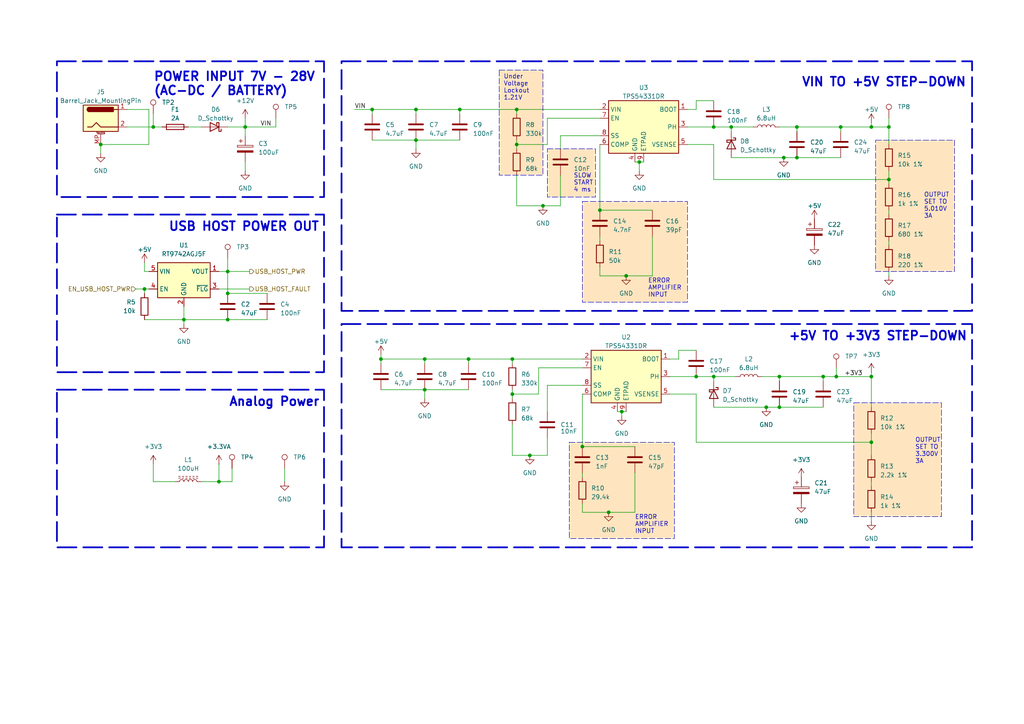
<source format=kicad_sch>
(kicad_sch (version 20231120) (generator "eeschema") (generator_version "8.0")
  (paper "A4")
  (title_block (title "Power Supply") (date "2023-12-27"))
  (lib_symbols
    (symbol "Connector:Barrel_Jack_MountingPin" (pin_names hide)
      (property "Reference" "J" (at 0 5.334 0))
      (property "Value" "Barrel_Jack_MountingPin" (at 1.27 -6.35 0))
      (symbol "Barrel_Jack_MountingPin_0_1"
        (rectangle (start -5.08 3.81) (end 5.08 -3.81) (stroke (width 0.254)) (fill (type background)))
        (arc (start -3.302 3.175) (mid -3.9343 2.54) (end -3.302 1.905) (stroke (width 0.254)))
        (arc (start -3.302 3.175) (mid -3.9343 2.54) (end -3.302 1.905) (stroke (width 0.254)) (fill (type outline)))
        (polyline (pts (xy 5.08 2.54) (xy 3.81 2.54)) (stroke (width 0.254)))
        (polyline (pts (xy -3.81 -2.54) (xy -2.54 -2.54) (xy -1.27 -1.27) (xy 0 -2.54) (xy 2.54 -2.54) (xy 5.08 -2.54)) (stroke (width 0.254)))
        (rectangle (start 3.683 3.175) (end -3.302 1.905) (stroke (width 0.254)) (fill (type outline)))
      )
      (symbol "Barrel_Jack_MountingPin_1_1"
        (polyline (pts (xy -1.016 -4.572) (xy 1.016 -4.572)) (stroke (width 0.1524)))
        (text "Mounting" (at 0 -4.191 0) (effects (font (size 0.381 0.381))))
        (pin passive line (at 7.62 2.54 180) (length 2.54) (name "~") (number "1"))
        (pin passive line (at 7.62 -2.54 180) (length 2.54) (name "~") (number "2"))
        (pin passive line (at 0 -7.62 90) (length 3.048) (name "MountPin") (number "MP"))
      )
    )
    (symbol "Connector:TestPoint" (pin_numbers hide) (pin_names (offset 0.762) hide)
      (property "Reference" "TP" (at 0 6.858 0))
      (property "Value" "TestPoint" (at 0 5.08 0))
      (symbol "TestPoint_0_1"
        (circle (center 0 3.302) (radius 0.762))
      )
      (symbol "TestPoint_1_1"
        (pin passive line (at 0 0 90) (length 2.54) (name "1") (number "1"))
      )
    )
    (symbol "Device:C" (pin_numbers hide) (pin_names (offset 0.254))
      (property "Reference" "C" (at 0.635 2.54 0))
      (property "Value" "C" (at 0.635 -2.54 0))
      (symbol "C_0_1"
        (polyline (pts (xy -2.032 -0.762) (xy 2.032 -0.762)) (stroke (width 0.508)))
        (polyline (pts (xy -2.032 0.762) (xy 2.032 0.762)) (stroke (width 0.508)))
      )
      (symbol "C_1_1"
        (pin passive line (at 0 3.81 270) (length 2.794) (name "~") (number "1"))
        (pin passive line (at 0 -3.81 90) (length 2.794) (name "~") (number "2"))
      )
    )
    (symbol "Device:C_Polarized" (pin_numbers hide) (pin_names (offset 0.254))
      (property "Reference" "C" (at 0.635 2.54 0))
      (property "Value" "C_Polarized" (at 0.635 -2.54 0))
      (symbol "C_Polarized_0_1"
        (rectangle (start -2.286 0.508) (end 2.286 1.016))
        (polyline (pts (xy -1.778 2.286) (xy -0.762 2.286)))
        (polyline (pts (xy -1.27 2.794) (xy -1.27 1.778)))
        (rectangle (start 2.286 -0.508) (end -2.286 -1.016) (fill (type outline)))
      )
      (symbol "C_Polarized_1_1"
        (pin passive line (at 0 3.81 270) (length 2.794) (name "~") (number "1"))
        (pin passive line (at 0 -3.81 90) (length 2.794) (name "~") (number "2"))
      )
    )
    (symbol "Device:D_Schottky" (pin_numbers hide) (pin_names (offset 1.016) hide)
      (property "Reference" "D" (at 0 2.54 0))
      (property "Value" "D_Schottky" (at 0 -2.54 0))
      (symbol "D_Schottky_0_1"
        (polyline (pts (xy 1.27 0) (xy -1.27 0)))
        (polyline (pts (xy 1.27 1.27) (xy 1.27 -1.27) (xy -1.27 0) (xy 1.27 1.27)) (stroke (width 0.254)))
        (polyline (pts (xy -1.905 0.635) (xy -1.905 1.27) (xy -1.27 1.27) (xy -1.27 -1.27) (xy -0.635 -1.27) (xy -0.635 -0.635)) (stroke (width 0.254)))
      )
      (symbol "D_Schottky_1_1"
        (pin passive line (at -3.81 0 0) (length 2.54) (name "K") (number "1"))
        (pin passive line (at 3.81 0 180) (length 2.54) (name "A") (number "2"))
      )
    )
    (symbol "Device:Fuse" (pin_numbers hide) (pin_names (offset 0))
      (property "Reference" "F" (at 2.032 0 90))
      (property "Value" "Fuse" (at -1.905 0 90))
      (symbol "Fuse_0_1"
        (rectangle (start -0.762 -2.54) (end 0.762 2.54) (stroke (width 0.254)))
        (polyline (pts (xy 0 2.54) (xy 0 -2.54)))
      )
      (symbol "Fuse_1_1"
        (pin passive line (at 0 3.81 270) (length 1.27) (name "~") (number "1"))
        (pin passive line (at 0 -3.81 90) (length 1.27) (name "~") (number "2"))
      )
    )
    (symbol "Device:L" (pin_numbers hide) (pin_names (offset 1.016) hide)
      (property "Reference" "L" (at -1.27 0 90))
      (property "Value" "L" (at 1.905 0 90))
      (symbol "L_0_1"
        (arc (start 0 -2.54) (mid 0.6323 -1.905) (end 0 -1.27))
        (arc (start 0 -1.27) (mid 0.6323 -0.635) (end 0 0))
        (arc (start 0 0) (mid 0.6323 0.635) (end 0 1.27))
        (arc (start 0 1.27) (mid 0.6323 1.905) (end 0 2.54))
      )
      (symbol "L_1_1"
        (pin passive line (at 0 3.81 270) (length 1.27) (name "1") (number "1"))
        (pin passive line (at 0 -3.81 90) (length 1.27) (name "2") (number "2"))
      )
    )
    (symbol "Device:L_Ferrite" (pin_numbers hide) (pin_names (offset 1.016) hide)
      (property "Reference" "L" (at -1.27 0 90))
      (property "Value" "L_Ferrite" (at 2.794 0 90))
      (symbol "L_Ferrite_0_1"
        (arc (start 0 -2.54) (mid 0.6323 -1.905) (end 0 -1.27))
        (arc (start 0 -1.27) (mid 0.6323 -0.635) (end 0 0))
        (polyline (pts (xy 1.016 -2.794) (xy 1.016 -2.286)))
        (polyline (pts (xy 1.016 -1.778) (xy 1.016 -1.27)))
        (polyline (pts (xy 1.016 -0.762) (xy 1.016 -0.254)))
        (polyline (pts (xy 1.016 0.254) (xy 1.016 0.762)))
        (polyline (pts (xy 1.016 1.27) (xy 1.016 1.778)))
        (polyline (pts (xy 1.016 2.286) (xy 1.016 2.794)))
        (polyline (pts (xy 1.524 -2.286) (xy 1.524 -2.794)))
        (polyline (pts (xy 1.524 -1.27) (xy 1.524 -1.778)))
        (polyline (pts (xy 1.524 -0.254) (xy 1.524 -0.762)))
        (polyline (pts (xy 1.524 0.762) (xy 1.524 0.254)))
        (polyline (pts (xy 1.524 1.778) (xy 1.524 1.27)))
        (polyline (pts (xy 1.524 2.794) (xy 1.524 2.286)))
        (arc (start 0 0) (mid 0.6323 0.635) (end 0 1.27))
        (arc (start 0 1.27) (mid 0.6323 1.905) (end 0 2.54))
      )
      (symbol "L_Ferrite_1_1"
        (pin passive line (at 0 3.81 270) (length 1.27) (name "1") (number "1"))
        (pin passive line (at 0 -3.81 90) (length 1.27) (name "2") (number "2"))
      )
    )
    (symbol "Device:R" (pin_numbers hide) (pin_names (offset 0))
      (property "Reference" "R" (at 2.032 0 90))
      (property "Value" "R" (at 0 0 90))
      (symbol "R_0_1"
        (rectangle (start -1.016 -2.54) (end 1.016 2.54) (stroke (width 0.254)))
      )
      (symbol "R_1_1"
        (pin passive line (at 0 3.81 270) (length 1.27) (name "~") (number "1"))
        (pin passive line (at 0 -3.81 90) (length 1.27) (name "~") (number "2"))
      )
    )
    (symbol "Power_Management:RT9742AGJ5F"
      (property "Reference" "U" (at 0 10.16 0))
      (property "Value" "RT9742AGJ5F" (at 0 7.62 0))
      (symbol "RT9742AGJ5F_0_1"
        (rectangle (start -7.62 5.08) (end 7.62 -5.08) (stroke (width 0.254)) (fill (type background)))
      )
      (symbol "RT9742AGJ5F_1_1"
        (pin power_out line (at 10.16 2.54 180) (length 2.54) (name "VOUT") (number "1"))
        (pin power_in line (at 0 -7.62 90) (length 2.54) (name "GND") (number "2"))
        (pin open_collector line (at 10.16 -2.54 180) (length 2.54) (name "~{FLG}") (number "3"))
        (pin input line (at -10.16 -2.54 0) (length 2.54) (name "EN") (number "4"))
        (pin power_in line (at -10.16 2.54 0) (length 2.54) (name "VIN") (number "5"))
      )
    )
    (symbol "Regulator_Switching:TPS54336ADDA"
      (property "Reference" "U" (at -8.89 8.89 0))
      (property "Value" "TPS54336ADDA" (at 3.81 8.89 0))
      (symbol "TPS54336ADDA_1_1"
        (rectangle (start -10.16 7.62) (end 10.16 -7.62) (stroke (width 0.254)) (fill (type background)))
        (pin output line (at 12.7 5.08 180) (length 2.54) (name "BOOT") (number "1"))
        (pin power_in line (at -12.7 5.08 0) (length 2.54) (name "VIN") (number "2"))
        (pin output line (at 12.7 0 180) (length 2.54) (name "PH") (number "3"))
        (pin power_in line (at -2.54 -10.16 90) (length 2.54) (name "GND") (number "4"))
        (pin input line (at 12.7 -5.08 180) (length 2.54) (name "VSENSE") (number "5"))
        (pin output line (at -12.7 -5.08 0) (length 2.54) (name "COMP") (number "6"))
        (pin input line (at -12.7 2.54 0) (length 2.54) (name "EN") (number "7"))
        (pin output line (at -12.7 -2.54 0) (length 2.54) (name "SS") (number "8"))
        (pin power_in line (at 0 -10.16 90) (length 2.54) (name "ETPAD") (number "9"))
      )
    )
    (symbol "power:+12V" (power) (pin_numbers hide) (pin_names (offset 0) hide)
      (property "Value" "+12V" (at 0 3.556 0))
      (symbol "+12V_0_1"
        (polyline (pts (xy -0.762 1.27) (xy 0 2.54)))
        (polyline (pts (xy 0 0) (xy 0 2.54)))
        (polyline (pts (xy 0 2.54) (xy 0.762 1.27)))
      )
      (symbol "+12V_1_1"
        (pin power_in line (at 0 0 90) (length 0) (name "~") (number "1"))
      )
    )
    (symbol "power:+3.3VA" (power) (pin_numbers hide) (pin_names (offset 0) hide)
      (property "Value" "+3.3VA" (at 0 3.556 0))
      (symbol "+3.3VA_0_1"
        (polyline (pts (xy -0.762 1.27) (xy 0 2.54)))
        (polyline (pts (xy 0 0) (xy 0 2.54)))
        (polyline (pts (xy 0 2.54) (xy 0.762 1.27)))
      )
      (symbol "+3.3VA_1_1"
        (pin power_in line (at 0 0 90) (length 0) (name "~") (number "1"))
      )
    )
    (symbol "power:+3V3" (power) (pin_numbers hide) (pin_names (offset 0) hide)
      (property "Value" "+3V3" (at 0 3.556 0))
      (symbol "+3V3_0_1"
        (polyline (pts (xy -0.762 1.27) (xy 0 2.54)))
        (polyline (pts (xy 0 0) (xy 0 2.54)))
        (polyline (pts (xy 0 2.54) (xy 0.762 1.27)))
      )
      (symbol "+3V3_1_1"
        (pin power_in line (at 0 0 90) (length 0) (name "~") (number "1"))
      )
    )
    (symbol "power:+5V" (power) (pin_names (offset 0))
      (property "Value" "+5V" (at 0 3.556 0))
      (symbol "+5V_0_1"
        (polyline (pts (xy -0.762 1.27) (xy 0 2.54)))
        (polyline (pts (xy 0 0) (xy 0 2.54)))
        (polyline (pts (xy 0 2.54) (xy 0.762 1.27)))
      )
      (symbol "+5V_1_1"
        (pin power_in line (at 0 0 90) (length 0) hide (name "+5V") (number "1"))
      )
    )
    (symbol "power:GND" (power) (pin_names (offset 0))
      (property "Value" "GND" (at 0 -3.81 0))
      (symbol "GND_0_1"
        (polyline (pts (xy 0 0) (xy 0 -1.27) (xy 1.27 -1.27) (xy 0 -2.54) (xy -1.27 -1.27) (xy 0 -1.27)))
      )
      (symbol "GND_1_1"
        (pin power_in line (at 0 0 270) (length 0) hide (name "GND") (number "1"))
      )
    )
  )
  (junction (at 212.09 36.83))
  (junction (at 226.06 118.11))
  (junction (at 231.14 45.72))
  (junction (at 238.76 109.22))
  (junction (at 63.5 139.7))
  (junction (at 168.91 129.54))
  (junction (at 148.59 114.3))
  (junction (at 252.73 109.22))
  (junction (at 120.65 31.75))
  (junction (at 252.73 36.83))
  (junction (at 173.99 60.96))
  (junction (at 149.86 31.75))
  (junction (at 66.04 85.09))
  (junction (at 257.81 52.07))
  (junction (at 227.33 45.72))
  (junction (at 252.73 128.27))
  (junction (at 44.45 36.83))
  (junction (at 185.42 46.99))
  (junction (at 107.95 31.75))
  (junction (at 123.19 104.14))
  (junction (at 71.12 36.83))
  (junction (at 148.59 104.14))
  (junction (at 181.61 80.01))
  (junction (at 231.14 36.83))
  (junction (at 29.21 41.91))
  (junction (at 41.91 83.82))
  (junction (at 176.53 148.59))
  (junction (at 226.06 109.22))
  (junction (at 207.01 109.22))
  (junction (at 180.34 119.38))
  (junction (at 133.35 31.75))
  (junction (at 135.89 104.14))
  (junction (at 207.01 36.83))
  (junction (at 153.67 132.08))
  (junction (at 243.84 36.83))
  (junction (at 66.04 78.74))
  (junction (at 110.49 104.14))
  (junction (at 120.65 40.64))
  (junction (at 242.57 109.22))
  (junction (at 257.81 36.83))
  (junction (at 123.19 113.03))
  (junction (at 149.86 41.91))
  (junction (at 157.48 59.69))
  (junction (at 66.04 92.71))
  (junction (at 201.93 109.22))
  (junction (at 222.25 118.11))
  (junction (at 53.34 92.71))
  (wire (pts (xy 71.12 36.83) (xy 71.12 39.37)))
  (wire (pts (xy 226.06 118.11) (xy 238.76 118.11)))
  (wire (pts (xy 168.91 129.54) (xy 184.15 129.54)))
  (wire (pts (xy 120.65 31.75) (xy 133.35 31.75)))
  (wire (pts (xy 173.99 80.01) (xy 181.61 80.01)))
  (wire (pts (xy 110.49 113.03) (xy 123.19 113.03)))
  (wire (pts (xy 242.57 109.22) (xy 252.73 109.22)))
  (wire (pts (xy 243.84 36.83) (xy 231.14 36.83)))
  (wire (pts (xy 168.91 106.68) (xy 156.21 106.68)))
  (wire (pts (xy 184.15 148.59) (xy 184.15 137.16)))
  (wire (pts (xy 148.59 104.14) (xy 168.91 104.14)))
  (wire (pts (xy 207.01 109.22) (xy 213.36 109.22)))
  (wire (pts (xy 226.06 109.22) (xy 226.06 110.49)))
  (wire (pts (xy 185.42 46.99) (xy 186.69 46.99)))
  (wire (pts (xy 156.21 106.68) (xy 156.21 114.3)))
  (wire (pts (xy 82.55 135.89) (xy 82.55 139.7)))
  (wire (pts (xy 162.56 43.18) (xy 162.56 39.37)))
  (wire (pts (xy 252.73 35.56) (xy 252.73 36.83)))
  (wire (pts (xy 110.49 102.87) (xy 110.49 104.14)))
  (wire (pts (xy 44.45 139.7) (xy 50.8 139.7)))
  (wire (pts (xy 110.49 105.41) (xy 110.49 104.14)))
  (wire (pts (xy 157.48 59.69) (xy 162.56 59.69)))
  (wire (pts (xy 257.81 60.96) (xy 257.81 62.23)))
  (wire (pts (xy 181.61 80.01) (xy 189.23 80.01)))
  (wire (pts (xy 238.76 109.22) (xy 226.06 109.22)))
  (wire (pts (xy 67.31 139.7) (xy 63.5 139.7)))
  (wire (pts (xy 212.09 38.1) (xy 212.09 36.83)))
  (wire (pts (xy 227.33 45.72) (xy 231.14 45.72)))
  (wire (pts (xy 185.42 46.99) (xy 185.42 49.53)))
  (wire (pts (xy 123.19 105.41) (xy 123.19 104.14)))
  (wire (pts (xy 63.5 134.62) (xy 63.5 139.7)))
  (wire (pts (xy 252.73 107.95) (xy 252.73 109.22)))
  (wire (pts (xy 162.56 50.8) (xy 162.56 59.69)))
  (wire (pts (xy 133.35 31.75) (xy 149.86 31.75)))
  (wire (pts (xy 212.09 45.72) (xy 227.33 45.72)))
  (wire (pts (xy 231.14 36.83) (xy 226.06 36.83)))
  (wire (pts (xy 207.01 118.11) (xy 222.25 118.11)))
  (wire (pts (xy 156.21 114.3) (xy 148.59 114.3)))
  (wire (pts (xy 29.21 41.91) (xy 29.21 44.45)))
  (wire (pts (xy 168.91 114.3) (xy 168.91 129.54)))
  (wire (pts (xy 58.42 139.7) (xy 63.5 139.7)))
  (wire (pts (xy 53.34 88.9) (xy 53.34 92.71)))
  (wire (pts (xy 120.65 33.02) (xy 120.65 31.75)))
  (wire (pts (xy 194.31 104.14) (xy 196.85 104.14)))
  (wire (pts (xy 201.93 29.21) (xy 207.01 29.21)))
  (wire (pts (xy 252.73 125.73) (xy 252.73 128.27)))
  (wire (pts (xy 153.67 132.08) (xy 148.59 132.08)))
  (wire (pts (xy 242.57 106.68) (xy 242.57 109.22)))
  (wire (pts (xy 201.93 31.75) (xy 201.93 29.21)))
  (wire (pts (xy 123.19 113.03) (xy 123.19 115.57)))
  (wire (pts (xy 158.75 127) (xy 158.75 132.08)))
  (wire (pts (xy 257.81 49.53) (xy 257.81 52.07)))
  (wire (pts (xy 168.91 148.59) (xy 176.53 148.59)))
  (wire (pts (xy 149.86 41.91) (xy 149.86 43.18)))
  (wire (pts (xy 180.34 119.38) (xy 181.61 119.38)))
  (wire (pts (xy 107.95 40.64) (xy 120.65 40.64)))
  (wire (pts (xy 66.04 78.74) (xy 66.04 85.09)))
  (wire (pts (xy 173.99 34.29) (xy 158.75 34.29)))
  (wire (pts (xy 66.04 36.83) (xy 71.12 36.83)))
  (wire (pts (xy 44.45 33.02) (xy 44.45 36.83)))
  (wire (pts (xy 257.81 36.83) (xy 257.81 41.91)))
  (wire (pts (xy 212.09 36.83) (xy 207.01 36.83)))
  (wire (pts (xy 120.65 40.64) (xy 120.65 43.18)))
  (wire (pts (xy 212.09 36.83) (xy 218.44 36.83)))
  (wire (pts (xy 80.01 34.29) (xy 80.01 36.83)))
  (wire (pts (xy 153.67 132.08) (xy 158.75 132.08)))
  (wire (pts (xy 201.93 128.27) (xy 252.73 128.27)))
  (wire (pts (xy 184.15 46.99) (xy 185.42 46.99)))
  (wire (pts (xy 123.19 104.14) (xy 135.89 104.14)))
  (wire (pts (xy 168.91 146.05) (xy 168.91 148.59)))
  (wire (pts (xy 71.12 34.29) (xy 71.12 36.83)))
  (wire (pts (xy 252.73 148.59) (xy 252.73 151.13)))
  (wire (pts (xy 148.59 113.03) (xy 148.59 114.3)))
  (wire (pts (xy 222.25 118.11) (xy 226.06 118.11)))
  (wire (pts (xy 44.45 36.83) (xy 46.99 36.83)))
  (wire (pts (xy 252.73 128.27) (xy 252.73 132.08)))
  (wire (pts (xy 36.83 31.75) (xy 43.18 31.75)))
  (wire (pts (xy 173.99 77.47) (xy 173.99 80.01)))
  (wire (pts (xy 231.14 45.72) (xy 243.84 45.72)))
  (wire (pts (xy 243.84 38.1) (xy 243.84 36.83)))
  (wire (pts (xy 102.87 31.75) (xy 107.95 31.75)))
  (wire (pts (xy 148.59 123.19) (xy 148.59 132.08)))
  (wire (pts (xy 41.91 76.2) (xy 41.91 78.74)))
  (wire (pts (xy 257.81 69.85) (xy 257.81 71.12)))
  (wire (pts (xy 148.59 114.3) (xy 148.59 115.57)))
  (wire (pts (xy 148.59 105.41) (xy 148.59 104.14)))
  (wire (pts (xy 123.19 113.03) (xy 135.89 113.03)))
  (wire (pts (xy 110.49 104.14) (xy 123.19 104.14)))
  (wire (pts (xy 257.81 34.29) (xy 257.81 36.83)))
  (wire (pts (xy 199.39 31.75) (xy 201.93 31.75)))
  (wire (pts (xy 43.18 83.82) (xy 41.91 83.82)))
  (wire (pts (xy 149.86 31.75) (xy 173.99 31.75)))
  (wire (pts (xy 176.53 148.59) (xy 184.15 148.59)))
  (wire (pts (xy 162.56 39.37) (xy 173.99 39.37)))
  (wire (pts (xy 207.01 41.91) (xy 207.01 52.07)))
  (wire (pts (xy 157.48 59.69) (xy 149.86 59.69)))
  (wire (pts (xy 158.75 41.91) (xy 149.86 41.91)))
  (wire (pts (xy 66.04 78.74) (xy 72.39 78.74)))
  (wire (pts (xy 158.75 34.29) (xy 158.75 41.91)))
  (wire (pts (xy 194.31 114.3) (xy 201.93 114.3)))
  (wire (pts (xy 252.73 36.83) (xy 243.84 36.83)))
  (wire (pts (xy 63.5 83.82) (xy 72.39 83.82)))
  (wire (pts (xy 196.85 104.14) (xy 196.85 101.6)))
  (wire (pts (xy 43.18 31.75) (xy 43.18 41.91)))
  (wire (pts (xy 257.81 80.01) (xy 257.81 78.74)))
  (wire (pts (xy 107.95 31.75) (xy 120.65 31.75)))
  (wire (pts (xy 257.81 36.83) (xy 252.73 36.83)))
  (wire (pts (xy 41.91 78.74) (xy 43.18 78.74)))
  (wire (pts (xy 207.01 110.49) (xy 207.01 109.22)))
  (wire (pts (xy 173.99 68.58) (xy 173.99 69.85)))
  (wire (pts (xy 107.95 33.02) (xy 107.95 31.75)))
  (wire (pts (xy 207.01 52.07) (xy 257.81 52.07)))
  (wire (pts (xy 41.91 92.71) (xy 53.34 92.71)))
  (wire (pts (xy 207.01 109.22) (xy 201.93 109.22)))
  (wire (pts (xy 173.99 41.91) (xy 173.99 60.96)))
  (wire (pts (xy 201.93 114.3) (xy 201.93 128.27)))
  (wire (pts (xy 257.81 52.07) (xy 257.81 53.34)))
  (wire (pts (xy 252.73 109.22) (xy 252.73 118.11)))
  (wire (pts (xy 63.5 78.74) (xy 66.04 78.74)))
  (wire (pts (xy 41.91 85.09) (xy 41.91 83.82)))
  (wire (pts (xy 120.65 40.64) (xy 133.35 40.64)))
  (wire (pts (xy 44.45 134.62) (xy 44.45 139.7)))
  (wire (pts (xy 252.73 139.7) (xy 252.73 140.97)))
  (wire (pts (xy 39.37 83.82) (xy 41.91 83.82)))
  (wire (pts (xy 199.39 36.83) (xy 207.01 36.83)))
  (wire (pts (xy 231.14 36.83) (xy 231.14 38.1)))
  (wire (pts (xy 179.07 119.38) (xy 180.34 119.38)))
  (wire (pts (xy 173.99 60.96) (xy 189.23 60.96)))
  (wire (pts (xy 135.89 104.14) (xy 148.59 104.14)))
  (wire (pts (xy 53.34 92.71) (xy 53.34 93.98)))
  (wire (pts (xy 158.75 119.38) (xy 158.75 111.76)))
  (wire (pts (xy 135.89 105.41) (xy 135.89 104.14)))
  (wire (pts (xy 66.04 85.09) (xy 77.47 85.09)))
  (wire (pts (xy 199.39 41.91) (xy 207.01 41.91)))
  (wire (pts (xy 238.76 110.49) (xy 238.76 109.22)))
  (wire (pts (xy 149.86 50.8) (xy 149.86 59.69)))
  (wire (pts (xy 66.04 92.71) (xy 77.47 92.71)))
  (wire (pts (xy 242.57 109.22) (xy 238.76 109.22)))
  (wire (pts (xy 36.83 36.83) (xy 44.45 36.83)))
  (wire (pts (xy 71.12 46.99) (xy 71.12 49.53)))
  (wire (pts (xy 180.34 119.38) (xy 180.34 120.65)))
  (wire (pts (xy 133.35 33.02) (xy 133.35 31.75)))
  (wire (pts (xy 158.75 111.76) (xy 168.91 111.76)))
  (wire (pts (xy 54.61 36.83) (xy 58.42 36.83)))
  (wire (pts (xy 226.06 109.22) (xy 220.98 109.22)))
  (wire (pts (xy 53.34 92.71) (xy 66.04 92.71)))
  (wire (pts (xy 168.91 137.16) (xy 168.91 138.43)))
  (wire (pts (xy 149.86 40.64) (xy 149.86 41.91)))
  (wire (pts (xy 189.23 80.01) (xy 189.23 68.58)))
  (wire (pts (xy 66.04 74.93) (xy 66.04 78.74)))
  (wire (pts (xy 67.31 135.89) (xy 67.31 139.7)))
  (wire (pts (xy 196.85 101.6) (xy 201.93 101.6)))
  (wire (pts (xy 194.31 109.22) (xy 201.93 109.22)))
  (wire (pts (xy 149.86 33.02) (xy 149.86 31.75)))
  (wire (pts (xy 71.12 36.83) (xy 80.01 36.83)))
  (wire (pts (xy 43.18 41.91) (xy 29.21 41.91)))
  (rectangle (start 144.78 20.32) (end 157.48 50.8) (stroke (width 0) (type dash)) (fill (type color) (color 255 229 191 1)))
  (rectangle (start 16.51 17.78) (end 93.98 57.15) (stroke (width 0.5) (type dash)))
  (rectangle (start 16.51 62.23) (end 93.98 107.95) (stroke (width 0.5) (type dash)))
  (rectangle (start 16.51 113.03) (end 93.98 158.75) (stroke (width 0.5) (type dash)))
  (rectangle (start 158.75 43.18) (end 172.72 57.15) (stroke (width 0) (type dash)) (fill (type color) (color 255 229 191 1)))
  (rectangle (start 254 40.64) (end 276.86 78.74) (stroke (width 0) (type dash)) (fill (type color) (color 255 229 191 1)))
  (rectangle (start 247.65 116.84) (end 273.05 149.86) (stroke (width 0) (type dash)) (fill (type color) (color 255 229 191 1)))
  (rectangle (start 168.91 58.42) (end 199.39 87.63) (stroke (width 0) (type dash)) (fill (type color) (color 255 229 191 1)))
  (rectangle (start 165.1 128.27) (end 195.58 156.21) (stroke (width 0) (type dash)) (fill (type color) (color 255 229 191 1)))
  (rectangle (start 99.06 17.78) (end 281.94 90.17) (stroke (width 0.5) (type dash)))
  (rectangle (start 99.06 93.98) (end 281.94 158.75) (stroke (width 0.5) (type dash)))
  (text "+5V TO +3V3 STEP-DOWN" (at 228.6 99.06 0) (effects (font (size 2.54 2.54) (thickness 0.508) (bold yes)) (justify left bottom)))
  (text "Analog Power\n" (at 66.294 118.11 0) (effects (font (size 2.54 2.54) (thickness 0.508) (bold yes)) (justify left bottom)))
  (text "VIN TO +5V STEP-DOWN" (at 232.41 25.4 0) (effects (font (size 2.54 2.54) (thickness 0.508) (bold yes)) (justify left bottom)))
  (text "SLOW \nSTART \n4 ms" (at 166.37 55.88 0) (effects (font (size 1.27 1.27)) (justify left bottom)))
  (text "Under\nVoltage \nLockout\n1.21V" (at 146.05 29.21 0) (effects (font (size 1.27 1.27)) (justify left bottom)))
  (text "USB HOST POWER OUT" (at 48.768 67.31 0) (effects (font (size 2.54 2.54) (thickness 0.508) (bold yes)) (justify left bottom)))
  (text "POWER INPUT 7V - 28V\n(AC-DC / BATTERY)" (at 44.45 27.94 0) (effects (font (size 2.54 2.54) (thickness 0.508) (bold yes)) (justify left bottom)))
  (text "OUTPUT\nSET TO\n5.010V\n3A" (at 267.97 63.5 0) (effects (font (size 1.27 1.27)) (justify left bottom)))
  (text "ERROR \nAMPLIFIER \nINPUT" (at 187.96 86.36 0) (effects (font (size 1.27 1.27)) (justify left bottom)))
  (text "OUTPUT\nSET TO\n3.300V\n3A" (at 265.43 134.62 0) (effects (font (size 1.27 1.27)) (justify left bottom)))
  (text "ERROR \nAMPLIFIER \nINPUT" (at 184.15 154.94 0) (effects (font (size 1.27 1.27)) (justify left bottom)))
  (label "+3V3" (at 250.19 109.22 180))
  (label "VIN" (at 102.87 31.75 0))
  (label "VIN" (at 78.74 36.83 180))
  (hierarchical_label "USB_HOST_PWR" (shape output) (at 72.39 78.74 0))
  (hierarchical_label "USB_HOST_FAULT" (shape output) (at 72.39 83.82 0))
  (hierarchical_label "EN_USB_HOST_PWR" (shape input) (at 39.37 83.82 180))
  (symbol (lib_id "power:+3V3") (at 252.73 107.95 0) (unit 1)
    (property "Reference" "#PWR045" (effects (hide yes)))
    (property "Value" "+3V3" (at 252.73 102.87 0))
    (property "Description" "Power symbol creates a global label with name \"+3V3\"" (effects (hide yes)))
  )
  (symbol (lib_id "power:+5V") (at 41.91 76.2 0) (unit 1)
    (property "Reference" "#PWR022" (effects (hide yes)))
    (property "Value" "+5V" (at 41.91 72.39 0))
  )
  (symbol (lib_id "Device:Fuse") (at 50.8 36.83 90) (unit 1)
    (property "Reference" "F1" (at 50.8 31.75 90))
    (property "Value" "2A" (at 50.8 34.29 90))
    (property "Footprint" "Fuse:Fuse_1206_3216Metric" (effects (hide yes)))
  )
  (symbol (lib_id "Device:R") (at 168.91 142.24 0) (unit 1)
    (property "Reference" "R10" (at 171.45 141.605 0) (effects (justify left)))
    (property "Value" "29.4k" (at 171.45 144.145 0) (effects (justify left)))
    (property "Footprint" "Resistor_SMD:R_0603_1608Metric" (effects (hide yes)))
    (property "Datasheet" "https://jlcpcb.com/partdetail/23701-0603WAF2942T5E/C22974" (effects (hide yes)))
  )
  (symbol (lib_id "power:+12V") (at 71.12 34.29 0) (unit 1)
    (property "Reference" "#PWR026" (effects (hide yes)))
    (property "Value" "+12V" (at 71.12 29.21 0))
    (property "Description" "Power symbol creates a global label with name \"+12V\"" (effects (hide yes)))
  )
  (symbol (lib_id "power:GND") (at 53.34 93.98 0) (unit 1)
    (property "Reference" "#PWR024" (effects (hide yes)))
    (property "Value" "GND" (at 53.34 99.06 0))
  )
  (symbol (lib_id "Power_Management:RT9742AGJ5F") (at 53.34 81.28 0) (unit 1)
    (property "Reference" "U1" (at 53.34 71.12 0))
    (property "Value" "RT9742AGJ5F" (at 53.34 73.66 0))
    (property "Footprint" "Package_TO_SOT_SMD:TSOT-23-5" (effects (hide yes)))
    (property "Datasheet" "https://www.richtek.com/assets/product_file/RT9742/DS9742-10.pdf" (effects (hide yes)))
    (property "Description" "3A, Discharge, Active High EN, TSOT-23-5" (effects (hide yes)))
  )
  (symbol (lib_id "Device:C") (at 189.23 64.77 0) (unit 1)
    (property "Reference" "C16" (at 193.04 64.135 0) (effects (justify left)))
    (property "Value" "39pF" (at 193.04 66.675 0) (effects (justify left)))
    (property "Footprint" "Capacitor_SMD:C_0603_1608Metric" (effects (hide yes)))
  )
  (symbol (lib_id "Device:R") (at 257.81 74.93 0) (unit 1)
    (property "Reference" "R18" (at 260.35 74.295 0) (effects (justify left)))
    (property "Value" "220 1%" (at 260.35 76.835 0) (effects (justify left)))
    (property "Footprint" "Resistor_SMD:R_0603_1608Metric" (effects (hide yes)))
  )
  (symbol (lib_id "Regulator_Switching:TPS54336ADDA") (at 181.61 109.22 0) (unit 1)
    (property "Reference" "U2" (at 181.61 97.79 0))
    (property "Value" "TPS54331DR" (at 181.61 100.33 0))
    (property "Footprint" "Package_SO:TI_SO-PowerPAD-8_ThermalVias" (effects (hide yes)))
    (property "Datasheet" "http://www.ti.com/lit/ds/symlink/tps54336a.pdf" (effects (hide yes)))
  )
  (symbol (lib_id "Device:R") (at 173.99 73.66 0) (unit 1)
    (property "Reference" "R11" (at 176.53 73.025 0) (effects (justify left)))
    (property "Value" "50k" (at 176.53 75.565 0) (effects (justify left)))
    (property "Footprint" "Resistor_SMD:R_0603_1608Metric" (effects (hide yes)))
  )
  (symbol (lib_id "power:GND") (at 180.34 120.65 0) (unit 1)
    (property "Reference" "#PWR035" (effects (hide yes)))
    (property "Value" "GND" (at 180.34 125.73 0))
  )
  (symbol (lib_id "Device:D_Schottky") (at 62.23 36.83 180) (unit 1)
    (property "Reference" "D6" (at 62.5475 31.75 0))
    (property "Value" "D_Schottky" (at 62.5475 34.29 0))
    (property "Footprint" "Diode_SMD:D_SMB" (effects (hide yes)))
  )
  (symbol (lib_id "power:+3.3VA") (at 63.5 134.62 0) (unit 1)
    (property "Reference" "#PWR025" (effects (hide yes)))
    (property "Value" "+3.3VA" (at 63.5 129.54 0))
    (property "Description" "Power symbol creates a global label with name \"+3.3VA\"" (effects (hide yes)))
  )
  (symbol (lib_id "power:GND") (at 157.48 59.69 0) (unit 1)
    (property "Reference" "#PWR033" (effects (hide yes)))
    (property "Value" "GND" (at 157.48 64.77 0))
  )
  (symbol (lib_id "Connector:TestPoint") (at 257.81 34.29 0) (unit 1) (in_bom no)
    (property "Reference" "TP8" (at 260.35 30.9879 0) (effects (justify left)))
    (property "Footprint" "TestPoint:TestPoint_Pad_D3.0mm" (effects (hide yes)))
  )
  (symbol (lib_id "power:GND") (at 181.61 80.01 0) (unit 1)
    (property "Reference" "#PWR036" (effects (hide yes)))
    (property "Value" "GND" (at 181.61 85.09 0))
  )
  (symbol (lib_id "Connector:TestPoint") (at 44.45 33.02 0) (unit 1) (in_bom no)
    (property "Reference" "TP2" (at 46.99 29.7179 0) (effects (justify left)))
    (property "Footprint" "TestPoint:TestPoint_Pad_D3.0mm" (effects (hide yes)))
  )
  (symbol (lib_id "Device:C") (at 243.84 41.91 0) (unit 1)
    (property "Reference" "C24" (at 247.65 41.275 0) (effects (justify left)))
    (property "Value" "47uF" (at 247.65 43.815 0) (effects (justify left)))
    (property "Footprint" "Capacitor_SMD:C_1210_3225Metric" (effects (hide yes)))
  )
  (symbol (lib_id "Device:R") (at 257.81 45.72 0) (unit 1)
    (property "Reference" "R15" (at 260.35 45.085 0) (effects (justify left)))
    (property "Value" "10k 1%" (at 260.35 47.625 0) (effects (justify left)))
    (property "Footprint" "Resistor_SMD:R_0603_1608Metric" (effects (hide yes)))
  )
  (symbol (lib_id "Device:C_Polarized") (at 232.41 142.24 0) (unit 1)
    (property "Reference" "C21" (at 236.22 140.0809 0) (effects (justify left)))
    (property "Value" "47uF" (at 236.22 142.6209 0) (effects (justify left)))
    (property "Footprint" "Capacitor_SMD:CP_Elec_6.3x5.8" (effects (hide yes)))
  )
  (symbol (lib_id "Device:L") (at 217.17 109.22 90) (unit 1)
    (property "Reference" "L2" (at 217.17 104.14 90))
    (property "Value" "6.8uH" (at 217.17 106.68 90))
    (property "Footprint" "Inductor_SMD:L_Chilisin_BMRB00060624" (effects (hide yes)))
    (property "Datasheet" "Coilcraft_XAL7030" (effects (hide yes)))
  )
  (symbol (lib_id "Device:C_Polarized") (at 71.12 43.18 0) (unit 1)
    (property "Reference" "C3" (at 74.93 41.656 0) (effects (justify left)))
    (property "Value" "100uF" (at 74.93 44.196 0) (effects (justify left)))
    (property "Footprint" "Capacitor_SMD:CP_Elec_6.3x7.7" (effects (hide yes)))
  )
  (symbol (lib_id "Device:R") (at 252.73 121.92 0) (unit 1)
    (property "Reference" "R12" (at 255.27 121.285 0) (effects (justify left)))
    (property "Value" "10k 1%" (at 255.27 123.825 0) (effects (justify left)))
    (property "Footprint" "Resistor_SMD:R_0603_1608Metric" (effects (hide yes)))
  )
  (symbol (lib_id "power:GND") (at 82.55 139.7 0) (unit 1)
    (property "Reference" "#PWR028" (effects (hide yes)))
    (property "Value" "GND" (at 82.55 144.78 0))
  )
  (symbol (lib_id "Device:C") (at 133.35 36.83 0) (unit 1)
    (property "Reference" "C9" (at 137.16 36.195 0) (effects (justify left)))
    (property "Value" "100nF" (at 137.16 38.735 0) (effects (justify left)))
    (property "Footprint" "Capacitor_SMD:C_0603_1608Metric" (effects (hide yes)))
  )
  (symbol (lib_id "power:GND") (at 71.12 49.53 0) (unit 1)
    (property "Reference" "#PWR027" (effects (hide yes)))
    (property "Value" "GND" (at 71.12 54.61 0))
  )
  (symbol (lib_id "Device:C") (at 184.15 133.35 0) (unit 1)
    (property "Reference" "C15" (at 187.96 132.715 0) (effects (justify left)))
    (property "Value" "47pF" (at 187.96 135.255 0) (effects (justify left)))
    (property "Footprint" "Capacitor_SMD:C_0603_1608Metric" (effects (hide yes)))
  )
  (symbol (lib_id "Connector:TestPoint") (at 242.57 106.68 0) (unit 1) (in_bom no)
    (property "Reference" "TP7" (at 245.11 103.3779 0) (effects (justify left)))
    (property "Footprint" "TestPoint:TestPoint_Pad_D3.0mm" (effects (hide yes)))
  )
  (symbol (lib_id "Device:L") (at 222.25 36.83 90) (unit 1)
    (property "Reference" "L3" (at 222.25 31.75 90))
    (property "Value" "6.8uH" (at 222.25 34.29 90))
    (property "Footprint" "Inductor_SMD:L_Chilisin_BMRB00060624" (effects (hide yes)))
    (property "Datasheet" "Coilcraft_XAL7030" (effects (hide yes)))
  )
  (symbol (lib_id "Device:C") (at 201.93 105.41 0) (unit 1)
    (property "Reference" "C17" (at 205.74 104.775 0) (effects (justify left)))
    (property "Value" "100nF" (at 205.74 107.315 0) (effects (justify left)))
    (property "Footprint" "Capacitor_SMD:C_0603_1608Metric" (effects (hide yes)))
  )
  (symbol (lib_id "Device:R") (at 148.59 109.22 0) (unit 1)
    (property "Reference" "R6" (at 151.13 108.585 0) (effects (justify left)))
    (property "Value" "330k" (at 151.13 111.125 0) (effects (justify left)))
    (property "Footprint" "Resistor_SMD:R_0603_1608Metric" (effects (hide yes)))
  )
  (symbol (lib_id "Device:R") (at 149.86 46.99 0) (unit 1)
    (property "Reference" "R9" (at 152.4 46.355 0) (effects (justify left)))
    (property "Value" "68k" (at 152.4 48.895 0) (effects (justify left)))
    (property "Footprint" "Resistor_SMD:R_0603_1608Metric" (effects (hide yes)))
  )
  (symbol (lib_id "Device:C") (at 168.91 133.35 0) (unit 1)
    (property "Reference" "C13" (at 172.72 132.715 0) (effects (justify left)))
    (property "Value" "1nF" (at 172.72 135.255 0) (effects (justify left)))
    (property "Footprint" "Capacitor_SMD:C_0603_1608Metric" (effects (hide yes)))
  )
  (symbol (lib_id "Device:D_Schottky") (at 212.09 41.91 270) (unit 1)
    (property "Reference" "D8" (at 214.63 40.9575 90) (effects (justify left)))
    (property "Value" "D_Schottky" (at 214.63 43.4975 90) (effects (justify left)))
    (property "Footprint" "Diode_SMD:D_SMB" (effects (hide yes)))
  )
  (symbol (lib_id "Device:C") (at 110.49 109.22 0) (unit 1)
    (property "Reference" "C6" (at 114.3 108.585 0) (effects (justify left)))
    (property "Value" "4.7uF" (at 114.3 111.125 0) (effects (justify left)))
    (property "Footprint" "Capacitor_SMD:C_1206_3216Metric" (effects (hide yes)))
  )
  (symbol (lib_id "Device:C") (at 162.56 46.99 0) (unit 1)
    (property "Reference" "C12" (at 166.37 46.355 0) (effects (justify left)))
    (property "Value" "10nF" (at 166.37 48.895 0) (effects (justify left)))
    (property "Footprint" "Capacitor_SMD:C_0603_1608Metric" (effects (hide yes)))
  )
  (symbol (lib_id "Device:C") (at 173.99 64.77 0) (unit 1)
    (property "Reference" "C14" (at 177.8 64.135 0) (effects (justify left)))
    (property "Value" "4.7nF" (at 177.8 66.675 0) (effects (justify left)))
    (property "Footprint" "Capacitor_SMD:C_0603_1608Metric" (effects (hide yes)))
  )
  (symbol (lib_id "Device:C") (at 66.04 88.9 0) (unit 1)
    (property "Reference" "C2" (at 69.85 88.265 0) (effects (justify left)))
    (property "Value" "47uF" (at 69.85 90.805 0) (effects (justify left)))
    (property "Footprint" "Capacitor_SMD:C_1210_3225Metric" (effects (hide yes)))
  )
  (symbol (lib_id "Device:C") (at 107.95 36.83 0) (unit 1)
    (property "Reference" "C5" (at 111.76 36.195 0) (effects (justify left)))
    (property "Value" "4.7uF" (at 111.76 38.735 0) (effects (justify left)))
    (property "Footprint" "Capacitor_SMD:C_1206_3216Metric" (effects (hide yes)))
  )
  (symbol (lib_id "Device:C") (at 238.76 114.3 0) (unit 1)
    (property "Reference" "C23" (at 242.57 113.665 0) (effects (justify left)))
    (property "Value" "47uF" (at 242.57 116.205 0) (effects (justify left)))
    (property "Footprint" "Capacitor_SMD:C_1210_3225Metric" (effects (hide yes)))
  )
  (symbol (lib_id "Device:R") (at 149.86 36.83 0) (unit 1)
    (property "Reference" "R8" (at 152.4 36.195 0) (effects (justify left)))
    (property "Value" "330k" (at 152.4 38.735 0) (effects (justify left)))
    (property "Footprint" "Resistor_SMD:R_0603_1608Metric" (effects (hide yes)))
  )
  (symbol (lib_id "Device:R") (at 41.91 88.9 0) (mirror x) (unit 1)
    (property "Reference" "R5" (at 39.37 87.6299 0) (effects (justify right)))
    (property "Value" "10k" (at 39.37 90.1699 0) (effects (justify right)))
    (property "Footprint" "Resistor_SMD:R_0603_1608Metric" (effects (hide yes)))
    (property "Datasheet" "https://www.tme.eu/hu/details/rc0603fr-0710k/smd-ellenallasok/yageo/rc0603fr-0710kl/" (effects (hide yes)))
  )
  (symbol (lib_id "Connector:TestPoint") (at 66.04 74.93 0) (unit 1) (in_bom no)
    (property "Reference" "TP3" (at 68.58 71.6279 0) (effects (justify left)))
    (property "Footprint" "TestPoint:TestPoint_Pad_D3.0mm" (effects (hide yes)))
  )
  (symbol (lib_id "power:GND") (at 153.67 132.08 0) (unit 1)
    (property "Reference" "#PWR032" (effects (hide yes)))
    (property "Value" "GND" (at 153.67 137.16 0))
  )
  (symbol (lib_id "Connector:TestPoint") (at 67.31 135.89 0) (unit 1) (in_bom no)
    (property "Reference" "TP4" (at 69.85 132.5879 0) (effects (justify left)))
    (property "Footprint" "TestPoint:TestPoint_Pad_D3.0mm" (effects (hide yes)))
  )
  (symbol (lib_id "Device:R") (at 257.81 57.15 0) (unit 1)
    (property "Reference" "R16" (at 260.35 56.515 0) (effects (justify left)))
    (property "Value" "1k 1%" (at 260.35 59.055 0) (effects (justify left)))
    (property "Footprint" "Resistor_SMD:R_0603_1608Metric" (effects (hide yes)))
  )
  (symbol (lib_id "power:GND") (at 185.42 49.53 0) (unit 1)
    (property "Reference" "#PWR037" (effects (hide yes)))
    (property "Value" "GND" (at 185.42 54.61 0))
  )
  (symbol (lib_id "Regulator_Switching:TPS54336ADDA") (at 186.69 36.83 0) (unit 1)
    (property "Reference" "U3" (at 186.69 25.4 0))
    (property "Value" "TPS54331DR" (at 186.69 27.94 0))
    (property "Footprint" "Package_SO:TI_SO-PowerPAD-8_ThermalVias" (effects (hide yes)))
    (property "Datasheet" "http://www.ti.com/lit/ds/symlink/tps54336a.pdf" (effects (hide yes)))
  )
  (symbol (lib_id "Connector:TestPoint") (at 82.55 135.89 0) (unit 1) (in_bom no)
    (property "Reference" "TP6" (at 85.09 132.5879 0) (effects (justify left)))
    (property "Footprint" "TestPoint:TestPoint_Pad_D3.0mm" (effects (hide yes)))
  )
  (symbol (lib_id "Device:C") (at 123.19 109.22 0) (unit 1)
    (property "Reference" "C8" (at 127 108.585 0) (effects (justify left)))
    (property "Value" "4.7uF" (at 127 111.125 0) (effects (justify left)))
    (property "Footprint" "Capacitor_SMD:C_1206_3216Metric" (effects (hide yes)))
  )
  (symbol (lib_id "Device:C_Polarized") (at 236.22 67.31 0) (unit 1)
    (property "Reference" "C22" (at 240.03 65.1509 0) (effects (justify left)))
    (property "Value" "47uF" (at 240.03 67.6909 0) (effects (justify left)))
    (property "Footprint" "Capacitor_SMD:CP_Elec_6.3x5.8" (effects (hide yes)))
  )
  (symbol (lib_id "power:GND") (at 257.81 80.01 0) (unit 1)
    (property "Reference" "#PWR047" (effects (hide yes)))
    (property "Value" "GND" (at 257.81 85.09 0))
  )
  (symbol (lib_id "Device:C") (at 207.01 33.02 0) (unit 1)
    (property "Reference" "C18" (at 210.82 32.385 0) (effects (justify left)))
    (property "Value" "100nF" (at 210.82 34.925 0) (effects (justify left)))
    (property "Footprint" "Capacitor_SMD:C_0603_1608Metric" (effects (hide yes)))
  )
  (symbol (lib_id "Connector:Barrel_Jack_MountingPin") (at 29.21 34.29 0) (unit 1)
    (property "Reference" "J5" (at 29.21 26.67 0))
    (property "Value" "Barrel_Jack_MountingPin" (at 29.21 29.21 0))
    (property "Footprint" "Connector_BarrelJack:BarrelJack_CUI_PJ-063AH_Horizontal" (effects (hide yes)))
  )
  (symbol (lib_id "power:+3V3") (at 44.45 134.62 0) (unit 1)
    (property "Reference" "#PWR023" (effects (hide yes)))
    (property "Value" "+3V3" (at 44.45 129.54 0))
    (property "Description" "Power symbol creates a global label with name \"+3V3\"" (effects (hide yes)))
  )
  (symbol (lib_id "power:GND") (at 232.41 146.05 0) (unit 1)
    (property "Reference" "#PWR041" (effects (hide yes)))
    (property "Value" "GND" (at 232.41 151.13 0))
  )
  (symbol (lib_id "power:GND") (at 236.22 71.12 0) (unit 1)
    (property "Reference" "#PWR043" (effects (hide yes)))
    (property "Value" "GND" (at 236.22 76.2 0))
  )
  (symbol (lib_id "power:+5V") (at 252.73 35.56 0) (unit 1)
    (property "Reference" "#PWR044" (effects (hide yes)))
    (property "Value" "+5V" (at 252.73 31.75 0))
  )
  (symbol (lib_id "Device:C") (at 135.89 109.22 0) (unit 1)
    (property "Reference" "C10" (at 139.7 108.585 0) (effects (justify left)))
    (property "Value" "100nF" (at 139.7 111.125 0) (effects (justify left)))
    (property "Footprint" "Capacitor_SMD:C_0603_1608Metric" (effects (hide yes)))
  )
  (symbol (lib_id "power:+3V3") (at 232.41 138.43 0) (unit 1)
    (property "Reference" "#PWR040" (effects (hide yes)))
    (property "Value" "+3V3" (at 232.41 133.35 0))
    (property "Description" "Power symbol creates a global label with name \"+3V3\"" (effects (hide yes)))
  )
  (symbol (lib_id "Device:C") (at 120.65 36.83 0) (unit 1)
    (property "Reference" "C7" (at 124.46 36.195 0) (effects (justify left)))
    (property "Value" "4.7uF" (at 124.46 38.735 0) (effects (justify left)))
    (property "Footprint" "Capacitor_SMD:C_1206_3216Metric" (effects (hide yes)))
  )
  (symbol (lib_id "power:GND") (at 29.21 44.45 0) (unit 1)
    (property "Reference" "#PWR021" (effects (hide yes)))
    (property "Value" "GND" (at 29.21 49.53 0))
  )
  (symbol (lib_id "Device:D_Schottky") (at 207.01 114.3 270) (unit 1)
    (property "Reference" "D7" (at 209.55 113.3475 90) (effects (justify left)))
    (property "Value" "D_Schottky" (at 209.55 115.8875 90) (effects (justify left)))
    (property "Footprint" "Diode_SMD:D_SMB" (effects (hide yes)))
  )
  (symbol (lib_id "power:GND") (at 120.65 43.18 0) (unit 1)
    (property "Reference" "#PWR030" (effects (hide yes)))
    (property "Value" "GND" (at 120.65 48.26 0))
  )
  (symbol (lib_id "power:GND") (at 222.25 118.11 0) (unit 1)
    (property "Reference" "#PWR038" (effects (hide yes)))
    (property "Value" "GND" (at 222.25 123.19 0))
  )
  (symbol (lib_id "power:+5V") (at 110.49 102.87 0) (unit 1)
    (property "Reference" "#PWR029" (effects (hide yes)))
    (property "Value" "+5V" (at 110.49 99.06 0))
  )
  (symbol (lib_id "Device:R") (at 257.81 66.04 0) (unit 1)
    (property "Reference" "R17" (at 260.35 65.405 0) (effects (justify left)))
    (property "Value" "680 1%" (at 260.35 67.945 0) (effects (justify left)))
    (property "Footprint" "Resistor_SMD:R_0603_1608Metric" (effects (hide yes)))
  )
  (symbol (lib_id "Device:C") (at 231.14 41.91 0) (unit 1)
    (property "Reference" "C20" (at 234.95 41.275 0) (effects (justify left)))
    (property "Value" "47uF" (at 234.95 43.815 0) (effects (justify left)))
    (property "Footprint" "Capacitor_SMD:C_1210_3225Metric" (effects (hide yes)))
  )
  (symbol (lib_id "power:GND") (at 227.33 45.72 0) (unit 1)
    (property "Reference" "#PWR039" (effects (hide yes)))
    (property "Value" "GND" (at 227.33 50.8 0))
  )
  (symbol (lib_id "Device:C") (at 77.47 88.9 0) (unit 1)
    (property "Reference" "C4" (at 81.28 88.265 0) (effects (justify left)))
    (property "Value" "100nF" (at 81.28 90.805 0) (effects (justify left)))
    (property "Footprint" "Capacitor_SMD:C_0603_1608Metric" (effects (hide yes)))
  )
  (symbol (lib_id "power:+5V") (at 236.22 63.5 0) (unit 1)
    (property "Reference" "#PWR042" (effects (hide yes)))
    (property "Value" "+5V" (at 236.22 59.69 0))
  )
  (symbol (lib_id "power:GND") (at 252.73 151.13 0) (unit 1)
    (property "Reference" "#PWR046" (effects (hide yes)))
    (property "Value" "GND" (at 252.73 156.21 0))
  )
  (symbol (lib_id "Device:C") (at 158.75 123.19 0) (unit 1)
    (property "Reference" "C11" (at 162.56 123.19 0) (effects (justify left)))
    (property "Value" "10nF" (at 162.56 125.095 0) (effects (justify left)))
    (property "Footprint" "Capacitor_SMD:C_0603_1608Metric" (effects (hide yes)))
  )
  (symbol (lib_id "power:GND") (at 123.19 115.57 0) (unit 1)
    (property "Reference" "#PWR031" (effects (hide yes)))
    (property "Value" "GND" (at 123.19 120.65 0))
  )
  (symbol (lib_id "Device:R") (at 252.73 135.89 0) (unit 1)
    (property "Reference" "R13" (at 255.27 135.255 0) (effects (justify left)))
    (property "Value" "2.2k 1%" (at 255.27 137.795 0) (effects (justify left)))
    (property "Footprint" "Resistor_SMD:R_0603_1608Metric" (effects (hide yes)))
  )
  (symbol (lib_id "Device:R") (at 252.73 144.78 0) (unit 1)
    (property "Reference" "R14" (at 255.27 144.145 0) (effects (justify left)))
    (property "Value" "1k 1%" (at 255.27 146.685 0) (effects (justify left)))
    (property "Footprint" "Resistor_SMD:R_0603_1608Metric" (effects (hide yes)))
  )
  (symbol (lib_id "power:GND") (at 176.53 148.59 0) (unit 1)
    (property "Reference" "#PWR034" (effects (hide yes)))
    (property "Value" "GND" (at 176.53 153.67 0))
  )
  (symbol (lib_id "Device:L_Ferrite") (at 54.61 139.7 90) (unit 1)
    (property "Reference" "L1" (at 54.61 133.35 90))
    (property "Value" "100uH" (at 54.61 135.89 90))
    (property "Description" "Inductor with ferrite core" (effects (hide yes)))
  )
  (symbol (lib_id "Connector:TestPoint") (at 80.01 34.29 0) (unit 1) (in_bom no)
    (property "Reference" "TP5" (at 82.55 30.9879 0) (effects (justify left)))
    (property "Footprint" "TestPoint:TestPoint_Pad_D3.0mm" (effects (hide yes)))
  )
  (symbol (lib_id "Device:C") (at 226.06 114.3 0) (unit 1)
    (property "Reference" "C19" (at 229.87 113.665 0) (effects (justify left)))
    (property "Value" "47uF" (at 229.87 116.205 0) (effects (justify left)))
    (property "Footprint" "Capacitor_SMD:C_1210_3225Metric" (effects (hide yes)))
  )
  (symbol (lib_id "Device:R") (at 148.59 119.38 0) (unit 1)
    (property "Reference" "R7" (at 151.13 118.745 0) (effects (justify left)))
    (property "Value" "68k" (at 151.13 121.285 0) (effects (justify left)))
    (property "Footprint" "Resistor_SMD:R_0603_1608Metric" (effects (hide yes)))
  )
)
</source>
